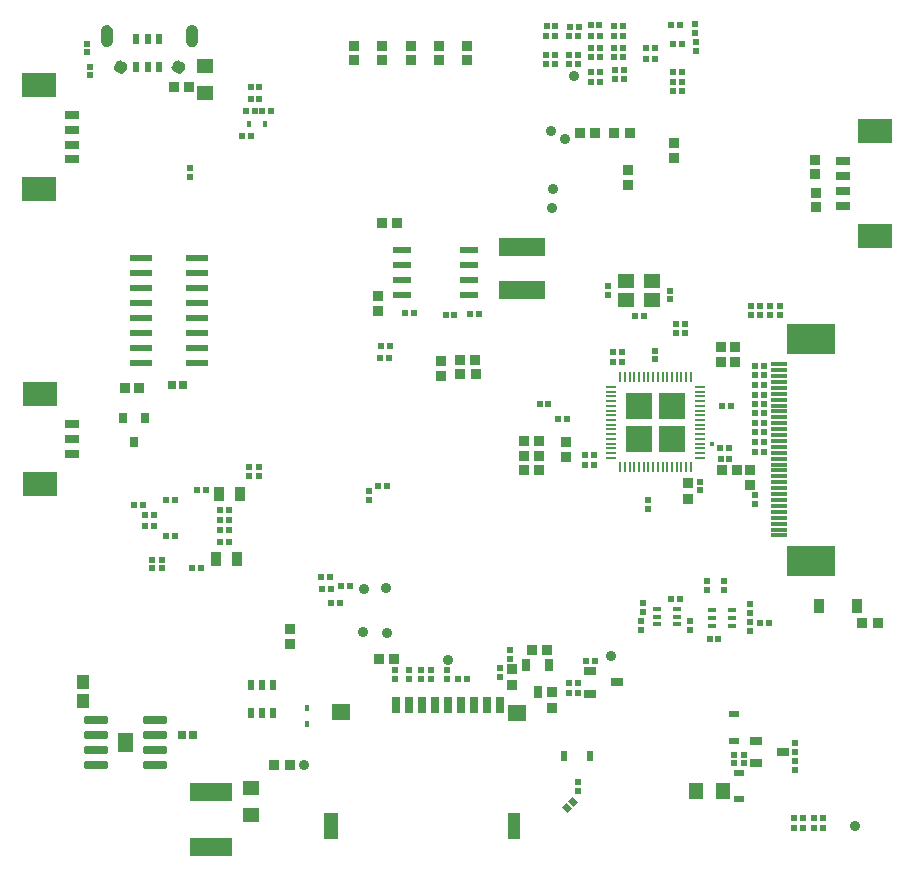
<source format=gbr>
%TF.GenerationSoftware,Altium Limited,Altium Designer,23.11.1 (41)*%
G04 Layer_Color=128*
%FSLAX45Y45*%
%MOMM*%
%TF.SameCoordinates,D78E9C2B-A710-42EA-B38E-4640A2B68151*%
%TF.FilePolarity,Positive*%
%TF.FileFunction,Paste,Bot*%
%TF.Part,Single*%
G01*
G75*
%TA.AperFunction,SMDPad,CuDef*%
%ADD13R,0.80606X0.85822*%
%ADD14R,0.80000X0.90000*%
%ADD21R,0.85822X0.80606*%
%ADD22R,0.81280X0.93980*%
%ADD23R,3.00000X2.10000*%
%ADD29R,0.93980X0.81280*%
%TA.AperFunction,TestPad*%
%ADD33C,0.88900*%
%TA.AperFunction,SMDPad,CuDef*%
%ADD34R,0.55880X0.60960*%
%ADD36R,0.60960X0.55880*%
%ADD46R,1.45000X1.15000*%
%ADD58R,1.40000X0.30000*%
G04:AMPARAMS|DCode=62|XSize=0.8mm|YSize=0.55mm|CornerRadius=0mm|HoleSize=0mm|Usage=FLASHONLY|Rotation=90.000|XOffset=0mm|YOffset=0mm|HoleType=Round|Shape=RoundedRectangle|*
%AMROUNDEDRECTD62*
21,1,0.80000,0.55000,0,0,90.0*
21,1,0.80000,0.55000,0,0,90.0*
1,1,0.00000,0.27500,0.40000*
1,1,0.00000,0.27500,-0.40000*
1,1,0.00000,-0.27500,-0.40000*
1,1,0.00000,-0.27500,0.40000*
%
%ADD62ROUNDEDRECTD62*%
%ADD65R,0.40000X0.60000*%
%ADD67R,0.83000X0.63000*%
%ADD105R,0.70000X0.65000*%
G04:AMPARAMS|DCode=107|XSize=1.97mm|YSize=0.6mm|CornerRadius=0.075mm|HoleSize=0mm|Usage=FLASHONLY|Rotation=180.000|XOffset=0mm|YOffset=0mm|HoleType=Round|Shape=RoundedRectangle|*
%AMROUNDEDRECTD107*
21,1,1.97000,0.45000,0,0,180.0*
21,1,1.82000,0.60000,0,0,180.0*
1,1,0.15000,-0.91000,0.22500*
1,1,0.15000,0.91000,0.22500*
1,1,0.15000,0.91000,-0.22500*
1,1,0.15000,-0.91000,-0.22500*
%
%ADD107ROUNDEDRECTD107*%
%ADD108R,1.30000X0.80000*%
%ADD109R,1.01213X1.15814*%
%ADD110R,0.76000X0.72000*%
%ADD111R,3.60000X1.52400*%
%ADD112R,1.98120X0.55880*%
%ADD113R,1.52000X0.60000*%
%ADD114R,3.98780X1.49860*%
%ADD115R,0.90000X1.30000*%
%ADD116R,0.80000X0.40000*%
%ADD117R,1.00000X2.20000*%
%ADD118R,1.20000X2.20000*%
%ADD119R,1.60000X1.40000*%
%ADD120R,0.70000X1.40000*%
%ADD121R,1.15000X1.45000*%
%ADD122R,1.05000X0.65000*%
%ADD123R,0.63000X0.83000*%
%ADD124R,0.91000X1.22000*%
%ADD125O,0.20000X1.00000*%
%ADD126O,1.00000X0.20000*%
%ADD128R,4.10000X2.50000*%
G04:AMPARAMS|DCode=129|XSize=0.6096mm|YSize=0.5588mm|CornerRadius=0mm|HoleSize=0mm|Usage=FLASHONLY|Rotation=135.000|XOffset=0mm|YOffset=0mm|HoleType=Round|Shape=Rectangle|*
%AMROTATEDRECTD129*
4,1,4,0.41309,-0.01796,0.01796,-0.41309,-0.41309,0.01796,-0.01796,0.41309,0.41309,-0.01796,0.0*
%
%ADD129ROTATEDRECTD129*%

%ADD130R,0.40000X0.48000*%
%ADD131R,0.65000X1.05000*%
%ADD132R,1.40000X1.15000*%
%TA.AperFunction,TestPad*%
%ADD133C,0.38100*%
%TA.AperFunction,NonConductor*%
%ADD245C,0.93980*%
%ADD246R,2.20000X2.20000*%
G36*
X858000Y959400D02*
X987000D01*
Y1123400D01*
X858000D01*
Y959400D01*
D02*
G37*
G36*
X818342Y6984363D02*
Y6973753D01*
X810221Y6954148D01*
X795216Y6939143D01*
X775612Y6931023D01*
X765002D01*
X754392D01*
X734787Y6939143D01*
X719782Y6954148D01*
X711662Y6973753D01*
Y6984363D01*
D01*
Y7063103D01*
Y7073713D01*
X719782Y7093318D01*
X734787Y7108322D01*
X754392Y7116443D01*
X765002D01*
X775612D01*
X795216Y7108322D01*
X810221Y7093318D01*
X818342Y7073713D01*
Y7063103D01*
D01*
Y6984363D01*
D02*
G37*
G36*
X1538342D02*
Y6973753D01*
X1530221Y6954148D01*
X1515216Y6939143D01*
X1495612Y6931023D01*
X1485002D01*
X1474392D01*
X1454787Y6939143D01*
X1439782Y6954148D01*
X1431662Y6973753D01*
Y6984363D01*
D01*
Y7063103D01*
Y7073713D01*
X1439782Y7093318D01*
X1454787Y7108322D01*
X1474392Y7116443D01*
X1485002D01*
X1495612D01*
X1515216Y7108322D01*
X1530221Y7093318D01*
X1538342Y7073713D01*
Y7063103D01*
D01*
Y6984363D01*
D02*
G37*
D13*
X1040548Y4043680D02*
D03*
X920332D02*
D03*
D14*
X899160Y3787140D02*
D03*
X1089160D02*
D03*
X994160Y3587140D02*
D03*
D21*
X3097530Y6823292D02*
D03*
Y6943508D02*
D03*
X3337560Y6823292D02*
D03*
Y6943508D02*
D03*
X6769100Y5696368D02*
D03*
Y5576152D02*
D03*
X6758940Y5855552D02*
D03*
Y5975768D02*
D03*
X3817620Y6943508D02*
D03*
Y6823292D02*
D03*
X3577590Y6943508D02*
D03*
Y6823292D02*
D03*
X2857500Y6943508D02*
D03*
Y6823292D02*
D03*
D22*
X3220537Y5438140D02*
D03*
X3090540Y5438140D02*
D03*
X3757849Y4160774D02*
D03*
X3887846D02*
D03*
X3755309Y4277614D02*
D03*
X3885306D02*
D03*
X3065788Y1747547D02*
D03*
X3195785Y1747546D02*
D03*
X1331483Y6593493D02*
D03*
X1461480Y6593492D02*
D03*
X4899393Y6206461D02*
D03*
X4769396D02*
D03*
X5059921Y6200873D02*
D03*
X5189918D02*
D03*
X4365110Y1824846D02*
D03*
X4495107Y1824846D02*
D03*
X4293700Y3348409D02*
D03*
X4423697D02*
D03*
X4293700Y3592248D02*
D03*
X4423697D02*
D03*
X4293700Y3470328D02*
D03*
X4423697D02*
D03*
X6102217Y3349356D02*
D03*
X5972219D02*
D03*
X2183049Y853694D02*
D03*
X2313046D02*
D03*
X7159728Y2056270D02*
D03*
X7289726Y2056270D02*
D03*
D23*
X7268840Y5334000D02*
D03*
Y6219000D02*
D03*
X194260Y6611160D02*
D03*
Y5726160D02*
D03*
X194940Y3230880D02*
D03*
Y3990880D02*
D03*
D29*
X3595746Y4272026D02*
D03*
X3595746Y4142029D02*
D03*
X3062854Y4694174D02*
D03*
Y4824171D02*
D03*
X4532496Y1339251D02*
D03*
X4532496Y1469248D02*
D03*
X4653746Y3586393D02*
D03*
Y3456395D02*
D03*
X6208763Y3354406D02*
D03*
Y3224409D02*
D03*
X5685657Y3237088D02*
D03*
Y3107091D02*
D03*
X5966701Y4394231D02*
D03*
Y4264234D02*
D03*
X4193674Y1661811D02*
D03*
X4193674Y1531814D02*
D03*
X6083035Y4393268D02*
D03*
Y4263271D02*
D03*
X2313549Y2005186D02*
D03*
X2313549Y1875189D02*
D03*
X5174782Y5761966D02*
D03*
X5174783Y5891963D02*
D03*
X5566045Y6119266D02*
D03*
X5566045Y5989268D02*
D03*
D33*
X2940680Y2346960D02*
D03*
X7098660Y340360D02*
D03*
X4538340Y5727700D02*
D03*
X4525933Y6217347D02*
D03*
X3128640Y2349500D02*
D03*
X3133720Y1973580D02*
D03*
X2933060Y1976120D02*
D03*
X4535800Y5572760D02*
D03*
X4644126Y6154022D02*
D03*
X3655779Y1742212D02*
D03*
X5028742Y1779290D02*
D03*
X2435220Y855980D02*
D03*
X4720326Y6687422D02*
D03*
D34*
X3912332Y4669003D02*
D03*
X3837351D02*
D03*
X3084088Y4401337D02*
D03*
X3159069D02*
D03*
X3292368Y4675657D02*
D03*
X3367349D02*
D03*
X3077891Y4300703D02*
D03*
X3152872D02*
D03*
X3632728Y4662957D02*
D03*
X3707709D02*
D03*
X2588788Y2343937D02*
D03*
X2663769D02*
D03*
X1087080Y2877820D02*
D03*
X1162080D02*
D03*
Y2969260D02*
D03*
X1087080D02*
D03*
X1070640Y3058160D02*
D03*
X995640D02*
D03*
X1558320Y2517140D02*
D03*
X1483320D02*
D03*
X1529040Y3185160D02*
D03*
X1604040D02*
D03*
X1797629Y2930677D02*
D03*
X1722648D02*
D03*
X1797629Y3014497D02*
D03*
X1722648D02*
D03*
X1800169Y2841777D02*
D03*
X1725188D02*
D03*
X1800169Y2740177D02*
D03*
X1725188D02*
D03*
X1340429Y2793517D02*
D03*
X1265448D02*
D03*
X1340429Y3093237D02*
D03*
X1265448D02*
D03*
X2156709Y6387211D02*
D03*
X2081728D02*
D03*
X1987647Y6177966D02*
D03*
X1912666D02*
D03*
X6823691Y323003D02*
D03*
X6748711D02*
D03*
X3814411Y1581333D02*
D03*
X3739430D02*
D03*
X6250590Y3504612D02*
D03*
X6325571D02*
D03*
X5125942Y4266525D02*
D03*
X5050961D02*
D03*
X4428376Y3912977D02*
D03*
X4503356D02*
D03*
X4813236Y3394865D02*
D03*
X4888217D02*
D03*
X6047009Y3891246D02*
D03*
X5972028D02*
D03*
X4813236Y3474384D02*
D03*
X4888217D02*
D03*
X6367089Y2054377D02*
D03*
X6292108D02*
D03*
X2656149Y2448077D02*
D03*
X2581168D02*
D03*
X2747691Y2367763D02*
D03*
X2822672Y2367763D02*
D03*
X2666410Y2222982D02*
D03*
X2741391Y2222983D02*
D03*
X3064396Y3213604D02*
D03*
X3139376D02*
D03*
X5309426Y4655295D02*
D03*
X5234445D02*
D03*
X6250590Y4231535D02*
D03*
X6325571D02*
D03*
X5960699Y3445280D02*
D03*
X6035680D02*
D03*
X6034562Y3532605D02*
D03*
X5959582D02*
D03*
X4678718Y1459429D02*
D03*
X4753699D02*
D03*
X4756188Y1542767D02*
D03*
X4681207D02*
D03*
X4821853Y1736093D02*
D03*
X4896834D02*
D03*
X5942909Y1919757D02*
D03*
X5867928D02*
D03*
X5538734Y2256876D02*
D03*
X5613715D02*
D03*
X6823691Y403317D02*
D03*
X6748711D02*
D03*
X6582188D02*
D03*
X6657169D02*
D03*
Y323003D02*
D03*
X6582188D02*
D03*
X4763982Y7101777D02*
D03*
X4689002D02*
D03*
X4561232Y6865557D02*
D03*
X4486251D02*
D03*
X4751282Y7021462D02*
D03*
X4676302D02*
D03*
X4561232Y6785942D02*
D03*
X4486251D02*
D03*
X4938320Y6718237D02*
D03*
X4863339D02*
D03*
X5131360Y6844362D02*
D03*
X5056379D02*
D03*
X4938320Y6923977D02*
D03*
X4863339D02*
D03*
X4938320Y6639015D02*
D03*
X4863339D02*
D03*
X5131360Y6923977D02*
D03*
X5056379D02*
D03*
X4938320Y6844362D02*
D03*
X4863339D02*
D03*
X5631740Y6716180D02*
D03*
X5556759D02*
D03*
X5405629Y6920236D02*
D03*
X5330648D02*
D03*
X5618417Y7115044D02*
D03*
X5543436D02*
D03*
X4562349Y7109397D02*
D03*
X4487368D02*
D03*
X5131360D02*
D03*
X5056379D02*
D03*
X5633061Y6958445D02*
D03*
X5558080D02*
D03*
X4561232Y7029082D02*
D03*
X4486251D02*
D03*
X5131360D02*
D03*
X5056379D02*
D03*
X5405629Y6831662D02*
D03*
X5330648D02*
D03*
X5630521Y6556160D02*
D03*
X5555540D02*
D03*
X4938320Y7029082D02*
D03*
X4863339D02*
D03*
X4860194Y7118459D02*
D03*
X4935175D02*
D03*
X5631689Y6635382D02*
D03*
X5556708D02*
D03*
X1980967Y6491769D02*
D03*
X2055949D02*
D03*
X1980968Y6596069D02*
D03*
X2055948D02*
D03*
X1942868Y6387468D02*
D03*
X2017848D02*
D03*
X6250590Y4151256D02*
D03*
X6325571D02*
D03*
X6250590Y4069597D02*
D03*
X6325571D02*
D03*
X6250590Y3989319D02*
D03*
X6325571D02*
D03*
X6250590Y3909040D02*
D03*
X6325571D02*
D03*
X6250590Y3828762D02*
D03*
X6325571D02*
D03*
X6250590Y3748484D02*
D03*
X6325571D02*
D03*
X6250590Y3668206D02*
D03*
X6325571D02*
D03*
X6250590Y3584890D02*
D03*
X6325571D02*
D03*
X4676302Y6865557D02*
D03*
X4751282D02*
D03*
X4676302Y6785942D02*
D03*
X4751282D02*
D03*
X4658623Y3783042D02*
D03*
X4583642D02*
D03*
X5124787Y4348093D02*
D03*
X5049806D02*
D03*
D36*
X624683Y6766509D02*
D03*
Y6691528D02*
D03*
X6217280Y4661500D02*
D03*
Y4736500D02*
D03*
X6379840D02*
D03*
Y4661500D02*
D03*
X6461120Y4736500D02*
D03*
Y4661500D02*
D03*
X6298560Y4736500D02*
D03*
Y4661500D02*
D03*
X1144459Y2516762D02*
D03*
Y2591742D02*
D03*
X1233359Y2516762D02*
D03*
Y2591742D02*
D03*
X1467081Y5830507D02*
D03*
Y5905488D02*
D03*
X6159541Y865843D02*
D03*
Y940824D02*
D03*
X6070641D02*
D03*
Y865843D02*
D03*
X4093142Y1601141D02*
D03*
Y1676122D02*
D03*
X3644641Y1578448D02*
D03*
Y1653429D02*
D03*
X5529208Y4869522D02*
D03*
Y4794542D02*
D03*
X5010208Y4909594D02*
D03*
Y4834613D02*
D03*
X5402333Y4362072D02*
D03*
Y4287091D02*
D03*
X5787511Y3177601D02*
D03*
Y3252582D02*
D03*
X5662703Y4585069D02*
D03*
Y4510088D02*
D03*
X5845844Y2407088D02*
D03*
X5845845Y2332107D02*
D03*
X2987510Y3095875D02*
D03*
Y3170856D02*
D03*
X4180720Y1748679D02*
D03*
Y1823660D02*
D03*
X3322200Y1653429D02*
D03*
Y1578448D02*
D03*
X3208382Y1653429D02*
D03*
Y1578448D02*
D03*
X3426072Y1653429D02*
D03*
Y1578448D02*
D03*
X3507137D02*
D03*
Y1653429D02*
D03*
X6253950Y3136169D02*
D03*
Y3061188D02*
D03*
X6207602Y2212289D02*
D03*
Y2137308D02*
D03*
X5991702Y2407088D02*
D03*
Y2332107D02*
D03*
X6207602Y1984778D02*
D03*
Y2059758D02*
D03*
X5287157Y1996491D02*
D03*
Y2071472D02*
D03*
X5702092Y2069947D02*
D03*
Y1994966D02*
D03*
X5583480Y4510088D02*
D03*
Y4585069D02*
D03*
X5300772Y2225329D02*
D03*
Y2150348D02*
D03*
X6594846Y882471D02*
D03*
Y807491D02*
D03*
X6594846Y963481D02*
D03*
Y1038462D02*
D03*
X2049623Y3303168D02*
D03*
Y3378149D02*
D03*
X1965803Y3303168D02*
D03*
Y3378149D02*
D03*
X5064170Y6662630D02*
D03*
Y6737611D02*
D03*
X5143393Y6662630D02*
D03*
Y6737611D02*
D03*
X5741832Y7126302D02*
D03*
Y7051321D02*
D03*
X5754582Y6973448D02*
D03*
Y6898467D02*
D03*
X594401Y6960624D02*
D03*
Y6885643D02*
D03*
X5347649Y3098131D02*
D03*
Y3023150D02*
D03*
X4756753Y709991D02*
D03*
Y635010D02*
D03*
D46*
X1592204Y6542239D02*
D03*
Y6772239D02*
D03*
X1985640Y658560D02*
D03*
Y428560D02*
D03*
D58*
X6458071Y2896262D02*
D03*
Y2846262D02*
D03*
Y2946262D02*
D03*
Y2996262D02*
D03*
Y3096262D02*
D03*
Y3046262D02*
D03*
Y3396262D02*
D03*
Y3346262D02*
D03*
Y3446262D02*
D03*
X6458128Y4246604D02*
D03*
X6458071Y4096262D02*
D03*
Y3946262D02*
D03*
Y3796262D02*
D03*
Y3646262D02*
D03*
Y3496262D02*
D03*
Y2796262D02*
D03*
Y3196262D02*
D03*
Y3146262D02*
D03*
Y3246262D02*
D03*
Y3296262D02*
D03*
Y4196262D02*
D03*
Y4146262D02*
D03*
Y4046262D02*
D03*
Y3996262D02*
D03*
Y3896262D02*
D03*
Y3846262D02*
D03*
Y3746262D02*
D03*
Y3696262D02*
D03*
Y3596262D02*
D03*
Y3546262D02*
D03*
D62*
X1109851Y6760002D02*
D03*
Y6997002D02*
D03*
X1204851Y6760002D02*
D03*
X1014851Y6760002D02*
D03*
Y6997002D02*
D03*
X1204851D02*
D03*
X2077260Y1527740D02*
D03*
Y1290740D02*
D03*
X2172260D02*
D03*
Y1527740D02*
D03*
X1982260Y1290740D02*
D03*
Y1527740D02*
D03*
D65*
X1965957Y6282588D02*
D03*
X2105957D02*
D03*
D67*
X6118220Y784600D02*
D03*
Y561600D02*
D03*
X6072500Y1059440D02*
D03*
Y1282440D02*
D03*
D105*
X1402200Y1104900D02*
D03*
X1497200D02*
D03*
D107*
X675000Y1231900D02*
D03*
Y850900D02*
D03*
X1170000D02*
D03*
Y977900D02*
D03*
Y1104900D02*
D03*
Y1231900D02*
D03*
X675000Y977900D02*
D03*
Y1104900D02*
D03*
D108*
X6993840Y5964000D02*
D03*
Y5839000D02*
D03*
Y5714000D02*
D03*
Y5589000D02*
D03*
X469260Y5981160D02*
D03*
Y6106160D02*
D03*
Y6231160D02*
D03*
Y6356160D02*
D03*
X469940Y3735880D02*
D03*
Y3610880D02*
D03*
Y3485880D02*
D03*
D109*
X566420Y1555899D02*
D03*
Y1390501D02*
D03*
D110*
X1314980Y4066540D02*
D03*
X1412980D02*
D03*
D111*
X1650360Y627380D02*
D03*
Y157480D02*
D03*
D112*
X1525900Y4254500D02*
D03*
Y4381500D02*
D03*
Y4508500D02*
D03*
Y4635500D02*
D03*
Y4762500D02*
D03*
Y4889500D02*
D03*
Y5016500D02*
D03*
Y5143500D02*
D03*
X1053460D02*
D03*
Y5016500D02*
D03*
Y4889500D02*
D03*
Y4762500D02*
D03*
Y4635500D02*
D03*
Y4508500D02*
D03*
Y4381500D02*
D03*
Y4254500D02*
D03*
D113*
X3827970Y5082540D02*
D03*
Y5209540D02*
D03*
Y4955540D02*
D03*
X3267510Y5209540D02*
D03*
Y4955540D02*
D03*
X3827970Y4828540D02*
D03*
X3267510D02*
D03*
Y5082540D02*
D03*
D114*
X4281800Y4877140D02*
D03*
Y5237140D02*
D03*
D115*
X1710220Y3149600D02*
D03*
X1890220D02*
D03*
X1864820Y2595880D02*
D03*
X1684820D02*
D03*
D116*
X5424870Y2043200D02*
D03*
Y2108200D02*
D03*
Y2173200D02*
D03*
X5592370Y2043200D02*
D03*
Y2108200D02*
D03*
Y2173200D02*
D03*
X6059730Y2163040D02*
D03*
Y2098040D02*
D03*
Y2033040D02*
D03*
X5892230Y2163040D02*
D03*
Y2098040D02*
D03*
Y2033040D02*
D03*
D117*
X4210000Y340000D02*
D03*
D118*
X2660000D02*
D03*
D119*
X2750000Y1300000D02*
D03*
X4235000Y1290000D02*
D03*
D120*
X3209920Y1360000D02*
D03*
X3319920D02*
D03*
X3429920D02*
D03*
X3539920D02*
D03*
X3649920D02*
D03*
X3759920D02*
D03*
X3869920D02*
D03*
X3979920D02*
D03*
X4089920D02*
D03*
D121*
X5749220Y632460D02*
D03*
X5979220D02*
D03*
D122*
X6261623Y868333D02*
D03*
X6491623Y963333D02*
D03*
X6261623Y1058332D02*
D03*
X5082527Y1552927D02*
D03*
X4852527Y1647927D02*
D03*
Y1457927D02*
D03*
D123*
X4859283Y929293D02*
D03*
X4636283D02*
D03*
D124*
X6793132Y2197809D02*
D03*
X7118132D02*
D03*
D125*
X5589708Y3373937D02*
D03*
X5629708D02*
D03*
X5429708Y4133937D02*
D03*
X5669708Y3373937D02*
D03*
X5149708Y4133937D02*
D03*
X5229708D02*
D03*
X5349708Y3373937D02*
D03*
X5509708Y4133937D02*
D03*
X5469708D02*
D03*
X5549708D02*
D03*
X5709708D02*
D03*
X5669708D02*
D03*
X5589708D02*
D03*
X5629708D02*
D03*
X5149708Y3373937D02*
D03*
X5189708D02*
D03*
X5269708D02*
D03*
X5309708D02*
D03*
X5389708D02*
D03*
X5429708D02*
D03*
X5509708D02*
D03*
X5549708D02*
D03*
X5309708Y4133937D02*
D03*
X5269708D02*
D03*
X5109708Y3373937D02*
D03*
Y4133937D02*
D03*
X5189708D02*
D03*
X5469708Y3373937D02*
D03*
X5229708D02*
D03*
X5709708D02*
D03*
X5349708Y4133937D02*
D03*
X5389708D02*
D03*
D126*
X5789708Y3453937D02*
D03*
Y3493937D02*
D03*
X5029708Y3453937D02*
D03*
X5789708Y3893937D02*
D03*
X5029708Y3773937D02*
D03*
Y3493937D02*
D03*
X5789708Y3573937D02*
D03*
X5029708Y3533937D02*
D03*
X5789708Y3653937D02*
D03*
Y3613937D02*
D03*
Y3733937D02*
D03*
Y3693937D02*
D03*
Y3973937D02*
D03*
Y3933937D02*
D03*
Y4053937D02*
D03*
Y4013937D02*
D03*
Y3813937D02*
D03*
Y3773937D02*
D03*
X5029708Y3613937D02*
D03*
Y3653937D02*
D03*
Y3853937D02*
D03*
Y3893937D02*
D03*
Y3933937D02*
D03*
Y3973937D02*
D03*
Y4013937D02*
D03*
Y4053937D02*
D03*
Y3693937D02*
D03*
Y3733937D02*
D03*
X5789708Y3533937D02*
D03*
X5029708Y3573937D02*
D03*
Y3813937D02*
D03*
X5789708Y3853937D02*
D03*
D128*
X6724119Y4459882D02*
D03*
Y2582642D02*
D03*
D129*
X4661495Y489899D02*
D03*
X4714514Y542919D02*
D03*
D130*
X2458600Y1333400D02*
D03*
Y1201400D02*
D03*
D131*
X4506860Y1702440D02*
D03*
X4411860Y1472440D02*
D03*
X4316860Y1702440D02*
D03*
D132*
X5162303Y4952672D02*
D03*
X5382318Y4792652D02*
D03*
X5162303D02*
D03*
X5382318Y4952672D02*
D03*
D133*
X5890633Y3570300D02*
D03*
D245*
X1382702Y6760003D02*
G03*
X1382702Y6760003I-12700J0D01*
G01*
X892702D02*
G03*
X892702Y6760003I-12700J0D01*
G01*
D246*
X5549691Y3893947D02*
D03*
X5549706Y3613964D02*
D03*
X5269725Y3613953D02*
D03*
X5269709Y3893936D02*
D03*
%TF.MD5,f92a3d5c84084fbac46e38c9f17ee3b0*%
M02*

</source>
